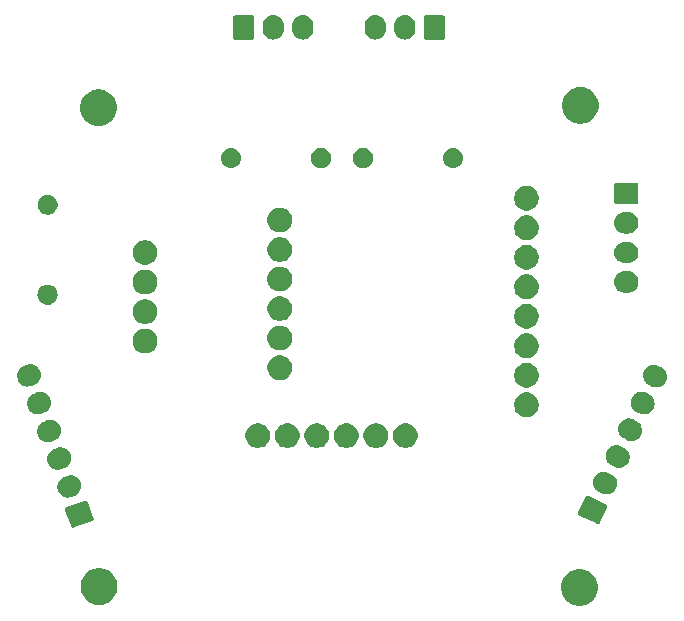
<source format=gbr>
G04 #@! TF.GenerationSoftware,KiCad,Pcbnew,(5.1.2)-2*
G04 #@! TF.CreationDate,2019-10-20T14:34:09-03:00*
G04 #@! TF.ProjectId,placa_sensores,706c6163-615f-4736-956e-736f7265732e,rev?*
G04 #@! TF.SameCoordinates,Original*
G04 #@! TF.FileFunction,Soldermask,Bot*
G04 #@! TF.FilePolarity,Negative*
%FSLAX46Y46*%
G04 Gerber Fmt 4.6, Leading zero omitted, Abs format (unit mm)*
G04 Created by KiCad (PCBNEW (5.1.2)-2) date 2019-10-20 14:34:09*
%MOMM*%
%LPD*%
G04 APERTURE LIST*
%ADD10C,0.100000*%
G04 APERTURE END LIST*
D10*
G36*
X85451043Y-73858604D02*
G01*
X85702410Y-73908604D01*
X85984674Y-74025521D01*
X86238705Y-74195259D01*
X86454741Y-74411295D01*
X86624479Y-74665326D01*
X86741396Y-74947590D01*
X86741396Y-74947591D01*
X86791055Y-75197240D01*
X86801000Y-75247240D01*
X86801000Y-75552760D01*
X86741396Y-75852410D01*
X86624479Y-76134674D01*
X86454741Y-76388705D01*
X86238705Y-76604741D01*
X85984674Y-76774479D01*
X85702410Y-76891396D01*
X85654127Y-76901000D01*
X85402761Y-76951000D01*
X85097239Y-76951000D01*
X84845873Y-76901000D01*
X84797590Y-76891396D01*
X84515326Y-76774479D01*
X84261295Y-76604741D01*
X84045259Y-76388705D01*
X83875521Y-76134674D01*
X83758604Y-75852410D01*
X83699000Y-75552760D01*
X83699000Y-75247240D01*
X83708946Y-75197240D01*
X83758604Y-74947591D01*
X83758604Y-74947590D01*
X83875521Y-74665326D01*
X84045259Y-74411295D01*
X84261295Y-74195259D01*
X84515326Y-74025521D01*
X84797590Y-73908604D01*
X85048957Y-73858604D01*
X85097239Y-73849000D01*
X85402761Y-73849000D01*
X85451043Y-73858604D01*
X85451043Y-73858604D01*
G37*
G36*
X44852585Y-73828802D02*
G01*
X45002410Y-73858604D01*
X45284674Y-73975521D01*
X45538705Y-74145259D01*
X45754741Y-74361295D01*
X45924479Y-74615326D01*
X46041396Y-74897590D01*
X46051342Y-74947591D01*
X46101000Y-75197239D01*
X46101000Y-75502761D01*
X46091054Y-75552761D01*
X46041396Y-75802410D01*
X45924479Y-76084674D01*
X45754741Y-76338705D01*
X45538705Y-76554741D01*
X45284674Y-76724479D01*
X45002410Y-76841396D01*
X44852585Y-76871198D01*
X44702761Y-76901000D01*
X44397239Y-76901000D01*
X44247415Y-76871198D01*
X44097590Y-76841396D01*
X43815326Y-76724479D01*
X43561295Y-76554741D01*
X43345259Y-76338705D01*
X43175521Y-76084674D01*
X43058604Y-75802410D01*
X43008946Y-75552761D01*
X42999000Y-75502761D01*
X42999000Y-75197239D01*
X43048658Y-74947591D01*
X43058604Y-74897590D01*
X43175521Y-74615326D01*
X43345259Y-74361295D01*
X43561295Y-74145259D01*
X43815326Y-73975521D01*
X44097590Y-73858604D01*
X44247415Y-73828802D01*
X44397239Y-73799000D01*
X44702761Y-73799000D01*
X44852585Y-73828802D01*
X44852585Y-73828802D01*
G37*
G36*
X43492187Y-68057874D02*
G01*
X43524767Y-68069331D01*
X43554482Y-68086922D01*
X43580195Y-68109972D01*
X43600920Y-68137600D01*
X43618519Y-68174294D01*
X43646596Y-68251434D01*
X43646600Y-68251443D01*
X44081650Y-69446732D01*
X44081652Y-69446741D01*
X44109729Y-69523881D01*
X44119833Y-69563305D01*
X44121716Y-69597788D01*
X44116835Y-69631973D01*
X44105378Y-69664553D01*
X44087787Y-69694268D01*
X44064737Y-69719981D01*
X44037109Y-69740706D01*
X44000415Y-69758305D01*
X43923275Y-69786382D01*
X43923266Y-69786386D01*
X42493054Y-70306941D01*
X42493045Y-70306943D01*
X42415905Y-70335020D01*
X42376481Y-70345124D01*
X42341998Y-70347007D01*
X42307813Y-70342126D01*
X42275233Y-70330669D01*
X42245518Y-70313078D01*
X42219805Y-70290028D01*
X42199080Y-70262400D01*
X42181481Y-70225706D01*
X42153404Y-70148566D01*
X42153400Y-70148557D01*
X41718350Y-68953268D01*
X41718348Y-68953259D01*
X41690271Y-68876119D01*
X41680167Y-68836695D01*
X41678284Y-68802212D01*
X41683165Y-68768027D01*
X41694622Y-68735447D01*
X41712213Y-68705732D01*
X41735263Y-68680019D01*
X41762891Y-68659294D01*
X41799585Y-68641695D01*
X41876725Y-68613618D01*
X41876734Y-68613614D01*
X43306946Y-68093059D01*
X43306955Y-68093057D01*
X43384095Y-68064980D01*
X43423519Y-68054876D01*
X43458002Y-68052993D01*
X43492187Y-68057874D01*
X43492187Y-68057874D01*
G37*
G36*
X85928277Y-67663606D02*
G01*
X85966671Y-67677108D01*
X86041070Y-67711801D01*
X86041079Y-67711804D01*
X87420479Y-68355029D01*
X87420484Y-68355032D01*
X87494890Y-68389728D01*
X87529908Y-68410458D01*
X87555621Y-68433508D01*
X87576346Y-68461136D01*
X87591279Y-68492272D01*
X87599853Y-68525724D01*
X87601736Y-68560207D01*
X87596855Y-68594392D01*
X87583353Y-68632786D01*
X87548662Y-68707182D01*
X87548657Y-68707195D01*
X87011087Y-69860018D01*
X87011080Y-69860031D01*
X86976387Y-69934429D01*
X86955657Y-69969447D01*
X86932607Y-69995160D01*
X86904979Y-70015885D01*
X86873843Y-70030818D01*
X86840391Y-70039392D01*
X86805908Y-70041275D01*
X86771723Y-70036394D01*
X86733329Y-70022892D01*
X86658930Y-69988199D01*
X86658921Y-69988196D01*
X85279521Y-69344971D01*
X85279516Y-69344968D01*
X85205110Y-69310272D01*
X85170092Y-69289542D01*
X85144379Y-69266492D01*
X85123654Y-69238864D01*
X85108721Y-69207728D01*
X85100147Y-69174276D01*
X85098264Y-69139793D01*
X85103145Y-69105608D01*
X85116647Y-69067214D01*
X85151338Y-68992818D01*
X85151343Y-68992805D01*
X85688913Y-67839982D01*
X85688920Y-67839969D01*
X85723613Y-67765571D01*
X85744343Y-67730553D01*
X85767393Y-67704840D01*
X85795021Y-67684115D01*
X85826157Y-67669182D01*
X85859609Y-67660608D01*
X85894092Y-67658725D01*
X85928277Y-67663606D01*
X85928277Y-67663606D01*
G37*
G36*
X42338574Y-65923030D02*
G01*
X42377601Y-65928602D01*
X42427688Y-65946216D01*
X42545030Y-65987480D01*
X42629130Y-66037266D01*
X42697756Y-66077892D01*
X42697759Y-66077894D01*
X42697758Y-66077894D01*
X42829910Y-66196360D01*
X42852160Y-66226022D01*
X42936413Y-66338337D01*
X42986178Y-66442088D01*
X43013171Y-66498363D01*
X43057233Y-66670285D01*
X43066909Y-66847504D01*
X43041825Y-67023203D01*
X42982946Y-67190635D01*
X42892537Y-67343357D01*
X42892535Y-67343360D01*
X42774065Y-67475514D01*
X42774061Y-67475517D01*
X42774060Y-67475518D01*
X42719466Y-67516471D01*
X42632090Y-67582016D01*
X42512163Y-67639540D01*
X42194061Y-67755320D01*
X42164730Y-67762837D01*
X42065217Y-67788342D01*
X41888000Y-67798019D01*
X41751326Y-67778506D01*
X41712299Y-67772934D01*
X41628585Y-67743495D01*
X41544868Y-67714055D01*
X41392143Y-67623644D01*
X41259990Y-67505176D01*
X41233356Y-67469671D01*
X41153487Y-67363199D01*
X41103722Y-67259448D01*
X41076729Y-67203173D01*
X41032667Y-67031250D01*
X41022990Y-66854033D01*
X41048075Y-66678334D01*
X41048075Y-66678332D01*
X41077514Y-66594618D01*
X41106954Y-66510901D01*
X41197365Y-66358176D01*
X41315833Y-66226023D01*
X41355377Y-66196360D01*
X41457810Y-66119520D01*
X41577737Y-66061996D01*
X41895839Y-65946216D01*
X41895845Y-65946214D01*
X41895849Y-65946213D01*
X42024682Y-65913194D01*
X42201900Y-65903517D01*
X42338574Y-65923030D01*
X42338574Y-65923030D01*
G37*
G36*
X87508448Y-65651991D02*
G01*
X87633919Y-65696114D01*
X87940728Y-65839181D01*
X87982490Y-65863904D01*
X88055181Y-65906936D01*
X88187334Y-66025406D01*
X88293836Y-66167383D01*
X88293836Y-66167384D01*
X88370592Y-66327403D01*
X88392624Y-66413369D01*
X88414655Y-66499331D01*
X88414655Y-66499335D01*
X88424332Y-66676550D01*
X88399247Y-66852247D01*
X88340369Y-67019678D01*
X88249955Y-67172406D01*
X88131488Y-67304557D01*
X88079763Y-67343357D01*
X87989509Y-67411060D01*
X87957504Y-67426411D01*
X87829489Y-67487816D01*
X87743523Y-67509847D01*
X87657561Y-67531879D01*
X87480343Y-67541555D01*
X87480341Y-67541555D01*
X87363210Y-67524832D01*
X87304643Y-67516471D01*
X87269107Y-67503974D01*
X87179173Y-67472348D01*
X87101953Y-67436340D01*
X86872368Y-67329283D01*
X86757911Y-67261526D01*
X86678832Y-67190635D01*
X86625759Y-67143058D01*
X86583149Y-67086254D01*
X86519256Y-67001079D01*
X86503905Y-66969074D01*
X86442500Y-66841059D01*
X86420469Y-66755093D01*
X86398437Y-66669131D01*
X86388761Y-66491914D01*
X86413845Y-66316214D01*
X86472724Y-66148784D01*
X86563136Y-65996057D01*
X86643029Y-65906936D01*
X86681604Y-65863905D01*
X86738408Y-65821295D01*
X86823583Y-65757402D01*
X86855588Y-65742051D01*
X86983603Y-65680646D01*
X87069569Y-65658614D01*
X87155531Y-65636583D01*
X87332748Y-65626907D01*
X87332750Y-65626907D01*
X87508448Y-65651991D01*
X87508448Y-65651991D01*
G37*
G36*
X41480789Y-63573409D02*
G01*
X41522550Y-63579371D01*
X41584054Y-63601000D01*
X41689979Y-63638249D01*
X41774079Y-63688035D01*
X41842705Y-63728661D01*
X41842708Y-63728663D01*
X41842707Y-63728663D01*
X41974859Y-63847129D01*
X41997109Y-63876791D01*
X42081362Y-63989106D01*
X42116150Y-64061633D01*
X42158120Y-64149132D01*
X42202182Y-64321054D01*
X42211858Y-64498273D01*
X42186774Y-64673972D01*
X42127895Y-64841404D01*
X42037486Y-64994126D01*
X42037484Y-64994129D01*
X41919014Y-65126283D01*
X41919010Y-65126286D01*
X41919009Y-65126287D01*
X41848108Y-65179473D01*
X41777039Y-65232785D01*
X41657112Y-65290309D01*
X41339010Y-65406089D01*
X41338997Y-65406092D01*
X41338998Y-65406092D01*
X41210166Y-65439111D01*
X41032949Y-65448788D01*
X40896275Y-65429275D01*
X40857248Y-65423703D01*
X40773534Y-65394264D01*
X40689817Y-65364824D01*
X40537092Y-65274413D01*
X40404939Y-65155945D01*
X40378305Y-65120440D01*
X40298436Y-65013968D01*
X40248671Y-64910217D01*
X40221678Y-64853942D01*
X40177616Y-64682019D01*
X40167939Y-64504802D01*
X40193024Y-64329103D01*
X40193024Y-64329101D01*
X40229231Y-64226142D01*
X40251903Y-64161670D01*
X40342314Y-64008945D01*
X40460782Y-63876792D01*
X40500326Y-63847129D01*
X40602759Y-63770289D01*
X40722686Y-63712765D01*
X41040788Y-63596985D01*
X41040794Y-63596983D01*
X41040798Y-63596982D01*
X41169631Y-63563963D01*
X41346849Y-63554286D01*
X41480789Y-63573409D01*
X41480789Y-63573409D01*
G37*
G36*
X88564993Y-63386221D02*
G01*
X88690464Y-63430344D01*
X88690470Y-63430347D01*
X88956262Y-63554287D01*
X88997273Y-63573411D01*
X89037089Y-63596982D01*
X89111726Y-63641166D01*
X89243879Y-63759636D01*
X89350381Y-63901613D01*
X89350381Y-63901614D01*
X89427137Y-64061633D01*
X89449169Y-64147599D01*
X89471200Y-64233561D01*
X89471200Y-64233565D01*
X89480877Y-64410780D01*
X89455792Y-64586477D01*
X89396914Y-64753908D01*
X89306500Y-64906636D01*
X89188033Y-65038787D01*
X89131229Y-65081397D01*
X89046054Y-65145290D01*
X89023844Y-65155943D01*
X88886034Y-65222046D01*
X88800068Y-65244078D01*
X88714106Y-65266109D01*
X88536888Y-65275785D01*
X88536886Y-65275785D01*
X88419755Y-65259062D01*
X88361188Y-65250701D01*
X88310242Y-65232785D01*
X88235718Y-65206578D01*
X88127131Y-65155943D01*
X87928913Y-65063513D01*
X87814456Y-64995756D01*
X87803120Y-64985593D01*
X87682304Y-64877288D01*
X87589753Y-64753908D01*
X87575801Y-64735309D01*
X87550240Y-64682019D01*
X87499045Y-64575289D01*
X87477014Y-64489323D01*
X87454982Y-64403361D01*
X87445306Y-64226144D01*
X87470390Y-64050444D01*
X87529269Y-63883014D01*
X87619681Y-63730287D01*
X87699574Y-63641166D01*
X87738149Y-63598135D01*
X87796604Y-63554286D01*
X87880128Y-63491632D01*
X87912133Y-63476281D01*
X88040148Y-63414876D01*
X88126114Y-63392844D01*
X88212076Y-63370813D01*
X88389293Y-63361137D01*
X88389295Y-63361137D01*
X88564993Y-63386221D01*
X88564993Y-63386221D01*
G37*
G36*
X58306564Y-61539389D02*
G01*
X58497833Y-61618615D01*
X58497835Y-61618616D01*
X58669973Y-61733635D01*
X58816365Y-61880027D01*
X58883079Y-61979871D01*
X58931385Y-62052167D01*
X59010611Y-62243436D01*
X59051000Y-62446484D01*
X59051000Y-62653516D01*
X59010611Y-62856564D01*
X58931385Y-63047833D01*
X58931384Y-63047835D01*
X58816365Y-63219973D01*
X58669973Y-63366365D01*
X58497835Y-63481384D01*
X58497834Y-63481385D01*
X58497833Y-63481385D01*
X58306564Y-63560611D01*
X58103516Y-63601000D01*
X57896484Y-63601000D01*
X57693436Y-63560611D01*
X57502167Y-63481385D01*
X57502166Y-63481385D01*
X57502165Y-63481384D01*
X57330027Y-63366365D01*
X57183635Y-63219973D01*
X57068616Y-63047835D01*
X57068615Y-63047833D01*
X56989389Y-62856564D01*
X56949000Y-62653516D01*
X56949000Y-62446484D01*
X56989389Y-62243436D01*
X57068615Y-62052167D01*
X57116922Y-61979871D01*
X57183635Y-61880027D01*
X57330027Y-61733635D01*
X57502165Y-61618616D01*
X57502167Y-61618615D01*
X57693436Y-61539389D01*
X57896484Y-61499000D01*
X58103516Y-61499000D01*
X58306564Y-61539389D01*
X58306564Y-61539389D01*
G37*
G36*
X60806564Y-61539389D02*
G01*
X60997833Y-61618615D01*
X60997835Y-61618616D01*
X61169973Y-61733635D01*
X61316365Y-61880027D01*
X61383079Y-61979871D01*
X61431385Y-62052167D01*
X61510611Y-62243436D01*
X61551000Y-62446484D01*
X61551000Y-62653516D01*
X61510611Y-62856564D01*
X61431385Y-63047833D01*
X61431384Y-63047835D01*
X61316365Y-63219973D01*
X61169973Y-63366365D01*
X60997835Y-63481384D01*
X60997834Y-63481385D01*
X60997833Y-63481385D01*
X60806564Y-63560611D01*
X60603516Y-63601000D01*
X60396484Y-63601000D01*
X60193436Y-63560611D01*
X60002167Y-63481385D01*
X60002166Y-63481385D01*
X60002165Y-63481384D01*
X59830027Y-63366365D01*
X59683635Y-63219973D01*
X59568616Y-63047835D01*
X59568615Y-63047833D01*
X59489389Y-62856564D01*
X59449000Y-62653516D01*
X59449000Y-62446484D01*
X59489389Y-62243436D01*
X59568615Y-62052167D01*
X59616922Y-61979871D01*
X59683635Y-61880027D01*
X59830027Y-61733635D01*
X60002165Y-61618616D01*
X60002167Y-61618615D01*
X60193436Y-61539389D01*
X60396484Y-61499000D01*
X60603516Y-61499000D01*
X60806564Y-61539389D01*
X60806564Y-61539389D01*
G37*
G36*
X63306564Y-61539389D02*
G01*
X63497833Y-61618615D01*
X63497835Y-61618616D01*
X63669973Y-61733635D01*
X63816365Y-61880027D01*
X63883079Y-61979871D01*
X63931385Y-62052167D01*
X64010611Y-62243436D01*
X64051000Y-62446484D01*
X64051000Y-62653516D01*
X64010611Y-62856564D01*
X63931385Y-63047833D01*
X63931384Y-63047835D01*
X63816365Y-63219973D01*
X63669973Y-63366365D01*
X63497835Y-63481384D01*
X63497834Y-63481385D01*
X63497833Y-63481385D01*
X63306564Y-63560611D01*
X63103516Y-63601000D01*
X62896484Y-63601000D01*
X62693436Y-63560611D01*
X62502167Y-63481385D01*
X62502166Y-63481385D01*
X62502165Y-63481384D01*
X62330027Y-63366365D01*
X62183635Y-63219973D01*
X62068616Y-63047835D01*
X62068615Y-63047833D01*
X61989389Y-62856564D01*
X61949000Y-62653516D01*
X61949000Y-62446484D01*
X61989389Y-62243436D01*
X62068615Y-62052167D01*
X62116922Y-61979871D01*
X62183635Y-61880027D01*
X62330027Y-61733635D01*
X62502165Y-61618616D01*
X62502167Y-61618615D01*
X62693436Y-61539389D01*
X62896484Y-61499000D01*
X63103516Y-61499000D01*
X63306564Y-61539389D01*
X63306564Y-61539389D01*
G37*
G36*
X65806564Y-61539389D02*
G01*
X65997833Y-61618615D01*
X65997835Y-61618616D01*
X66169973Y-61733635D01*
X66316365Y-61880027D01*
X66383079Y-61979871D01*
X66431385Y-62052167D01*
X66510611Y-62243436D01*
X66551000Y-62446484D01*
X66551000Y-62653516D01*
X66510611Y-62856564D01*
X66431385Y-63047833D01*
X66431384Y-63047835D01*
X66316365Y-63219973D01*
X66169973Y-63366365D01*
X65997835Y-63481384D01*
X65997834Y-63481385D01*
X65997833Y-63481385D01*
X65806564Y-63560611D01*
X65603516Y-63601000D01*
X65396484Y-63601000D01*
X65193436Y-63560611D01*
X65002167Y-63481385D01*
X65002166Y-63481385D01*
X65002165Y-63481384D01*
X64830027Y-63366365D01*
X64683635Y-63219973D01*
X64568616Y-63047835D01*
X64568615Y-63047833D01*
X64489389Y-62856564D01*
X64449000Y-62653516D01*
X64449000Y-62446484D01*
X64489389Y-62243436D01*
X64568615Y-62052167D01*
X64616922Y-61979871D01*
X64683635Y-61880027D01*
X64830027Y-61733635D01*
X65002165Y-61618616D01*
X65002167Y-61618615D01*
X65193436Y-61539389D01*
X65396484Y-61499000D01*
X65603516Y-61499000D01*
X65806564Y-61539389D01*
X65806564Y-61539389D01*
G37*
G36*
X68306564Y-61539389D02*
G01*
X68497833Y-61618615D01*
X68497835Y-61618616D01*
X68669973Y-61733635D01*
X68816365Y-61880027D01*
X68883079Y-61979871D01*
X68931385Y-62052167D01*
X69010611Y-62243436D01*
X69051000Y-62446484D01*
X69051000Y-62653516D01*
X69010611Y-62856564D01*
X68931385Y-63047833D01*
X68931384Y-63047835D01*
X68816365Y-63219973D01*
X68669973Y-63366365D01*
X68497835Y-63481384D01*
X68497834Y-63481385D01*
X68497833Y-63481385D01*
X68306564Y-63560611D01*
X68103516Y-63601000D01*
X67896484Y-63601000D01*
X67693436Y-63560611D01*
X67502167Y-63481385D01*
X67502166Y-63481385D01*
X67502165Y-63481384D01*
X67330027Y-63366365D01*
X67183635Y-63219973D01*
X67068616Y-63047835D01*
X67068615Y-63047833D01*
X66989389Y-62856564D01*
X66949000Y-62653516D01*
X66949000Y-62446484D01*
X66989389Y-62243436D01*
X67068615Y-62052167D01*
X67116922Y-61979871D01*
X67183635Y-61880027D01*
X67330027Y-61733635D01*
X67502165Y-61618616D01*
X67502167Y-61618615D01*
X67693436Y-61539389D01*
X67896484Y-61499000D01*
X68103516Y-61499000D01*
X68306564Y-61539389D01*
X68306564Y-61539389D01*
G37*
G36*
X70806564Y-61539389D02*
G01*
X70997833Y-61618615D01*
X70997835Y-61618616D01*
X71169973Y-61733635D01*
X71316365Y-61880027D01*
X71383079Y-61979871D01*
X71431385Y-62052167D01*
X71510611Y-62243436D01*
X71551000Y-62446484D01*
X71551000Y-62653516D01*
X71510611Y-62856564D01*
X71431385Y-63047833D01*
X71431384Y-63047835D01*
X71316365Y-63219973D01*
X71169973Y-63366365D01*
X70997835Y-63481384D01*
X70997834Y-63481385D01*
X70997833Y-63481385D01*
X70806564Y-63560611D01*
X70603516Y-63601000D01*
X70396484Y-63601000D01*
X70193436Y-63560611D01*
X70002167Y-63481385D01*
X70002166Y-63481385D01*
X70002165Y-63481384D01*
X69830027Y-63366365D01*
X69683635Y-63219973D01*
X69568616Y-63047835D01*
X69568615Y-63047833D01*
X69489389Y-62856564D01*
X69449000Y-62653516D01*
X69449000Y-62446484D01*
X69489389Y-62243436D01*
X69568615Y-62052167D01*
X69616922Y-61979871D01*
X69683635Y-61880027D01*
X69830027Y-61733635D01*
X70002165Y-61618616D01*
X70002167Y-61618615D01*
X70193436Y-61539389D01*
X70396484Y-61499000D01*
X70603516Y-61499000D01*
X70806564Y-61539389D01*
X70806564Y-61539389D01*
G37*
G36*
X40628473Y-61224567D02*
G01*
X40667500Y-61230139D01*
X40717587Y-61247753D01*
X40834929Y-61289017D01*
X40908153Y-61332365D01*
X40987655Y-61379429D01*
X40987658Y-61379431D01*
X40987657Y-61379431D01*
X41119809Y-61497897D01*
X41120636Y-61499000D01*
X41226312Y-61639874D01*
X41271285Y-61733635D01*
X41303070Y-61799900D01*
X41347132Y-61971822D01*
X41347132Y-61971824D01*
X41356808Y-62149041D01*
X41332300Y-62320709D01*
X41331724Y-62324740D01*
X41272845Y-62492172D01*
X41184820Y-62640867D01*
X41182434Y-62644897D01*
X41063964Y-62777051D01*
X41063960Y-62777054D01*
X41063959Y-62777055D01*
X40993058Y-62830241D01*
X40921989Y-62883553D01*
X40802062Y-62941077D01*
X40483960Y-63056857D01*
X40483947Y-63056860D01*
X40483948Y-63056860D01*
X40355116Y-63089879D01*
X40177899Y-63099556D01*
X40041225Y-63080043D01*
X40002198Y-63074471D01*
X39918484Y-63045032D01*
X39834767Y-63015592D01*
X39682042Y-62925181D01*
X39549889Y-62806713D01*
X39492334Y-62729987D01*
X39443386Y-62664736D01*
X39393621Y-62560985D01*
X39366628Y-62504710D01*
X39322566Y-62332787D01*
X39312889Y-62155570D01*
X39337974Y-61979871D01*
X39337974Y-61979869D01*
X39373085Y-61880027D01*
X39396853Y-61812438D01*
X39487264Y-61659713D01*
X39605732Y-61527560D01*
X39650648Y-61493867D01*
X39747709Y-61421057D01*
X39867636Y-61363533D01*
X40185738Y-61247753D01*
X40185744Y-61247751D01*
X40185748Y-61247750D01*
X40314581Y-61214731D01*
X40491799Y-61205054D01*
X40628473Y-61224567D01*
X40628473Y-61224567D01*
G37*
G36*
X89621539Y-61120452D02*
G01*
X89747010Y-61164575D01*
X89747016Y-61164578D01*
X90013878Y-61289017D01*
X90053819Y-61307642D01*
X90095581Y-61332365D01*
X90168272Y-61375397D01*
X90267685Y-61464517D01*
X90300426Y-61493868D01*
X90325699Y-61527559D01*
X90406927Y-61635844D01*
X90406927Y-61635845D01*
X90483683Y-61795864D01*
X90505252Y-61880027D01*
X90527746Y-61967792D01*
X90529651Y-62002689D01*
X90537423Y-62145011D01*
X90523370Y-62243436D01*
X90512338Y-62320709D01*
X90497020Y-62364269D01*
X90453460Y-62488139D01*
X90363046Y-62640867D01*
X90244579Y-62773018D01*
X90199660Y-62806713D01*
X90102600Y-62879521D01*
X90070595Y-62894872D01*
X89942580Y-62956277D01*
X89856614Y-62978308D01*
X89770652Y-63000340D01*
X89593434Y-63010016D01*
X89593432Y-63010016D01*
X89476301Y-62993293D01*
X89417734Y-62984932D01*
X89382198Y-62972435D01*
X89292264Y-62940809D01*
X89169476Y-62883552D01*
X88985459Y-62797744D01*
X88871002Y-62729987D01*
X88859666Y-62719824D01*
X88738850Y-62611519D01*
X88658730Y-62504711D01*
X88632347Y-62469540D01*
X88616996Y-62437535D01*
X88555591Y-62309520D01*
X88516136Y-62155570D01*
X88511528Y-62137592D01*
X88501852Y-61960375D01*
X88526936Y-61784675D01*
X88585815Y-61617245D01*
X88676227Y-61464518D01*
X88756120Y-61375397D01*
X88794695Y-61332366D01*
X88907497Y-61247750D01*
X88936674Y-61225863D01*
X88980057Y-61205054D01*
X89096694Y-61149107D01*
X89182660Y-61127076D01*
X89268622Y-61105044D01*
X89445839Y-61095368D01*
X89445841Y-61095368D01*
X89621539Y-61120452D01*
X89621539Y-61120452D01*
G37*
G36*
X81056564Y-58939389D02*
G01*
X81247833Y-59018615D01*
X81247835Y-59018616D01*
X81419973Y-59133635D01*
X81566365Y-59280027D01*
X81680384Y-59450668D01*
X81681385Y-59452167D01*
X81760611Y-59643436D01*
X81801000Y-59846484D01*
X81801000Y-60053516D01*
X81760611Y-60256564D01*
X81689673Y-60427824D01*
X81681384Y-60447835D01*
X81566365Y-60619973D01*
X81419973Y-60766365D01*
X81247835Y-60881384D01*
X81247834Y-60881385D01*
X81247833Y-60881385D01*
X81056564Y-60960611D01*
X80853516Y-61001000D01*
X80646484Y-61001000D01*
X80443436Y-60960611D01*
X80252167Y-60881385D01*
X80252166Y-60881385D01*
X80252165Y-60881384D01*
X80080027Y-60766365D01*
X79933635Y-60619973D01*
X79818616Y-60447835D01*
X79810327Y-60427824D01*
X79739389Y-60256564D01*
X79699000Y-60053516D01*
X79699000Y-59846484D01*
X79739389Y-59643436D01*
X79818615Y-59452167D01*
X79819617Y-59450668D01*
X79933635Y-59280027D01*
X80080027Y-59133635D01*
X80252165Y-59018616D01*
X80252167Y-59018615D01*
X80443436Y-58939389D01*
X80646484Y-58899000D01*
X80853516Y-58899000D01*
X81056564Y-58939389D01*
X81056564Y-58939389D01*
G37*
G36*
X39773423Y-58875336D02*
G01*
X39812450Y-58880908D01*
X39881583Y-58905220D01*
X39979879Y-58939786D01*
X40063979Y-58989572D01*
X40132605Y-59030198D01*
X40153489Y-59048920D01*
X40264759Y-59148666D01*
X40287009Y-59178328D01*
X40371262Y-59290643D01*
X40409362Y-59370075D01*
X40448020Y-59450669D01*
X40492082Y-59622591D01*
X40492082Y-59622593D01*
X40501758Y-59799810D01*
X40495095Y-59846484D01*
X40476674Y-59975509D01*
X40417795Y-60142941D01*
X40350532Y-60256564D01*
X40327384Y-60295666D01*
X40208914Y-60427820D01*
X40208910Y-60427823D01*
X40208909Y-60427824D01*
X40160394Y-60464217D01*
X40066939Y-60534322D01*
X39947012Y-60591846D01*
X39628910Y-60707626D01*
X39628897Y-60707629D01*
X39628898Y-60707629D01*
X39500066Y-60740648D01*
X39322849Y-60750325D01*
X39186175Y-60730812D01*
X39147148Y-60725240D01*
X39063434Y-60695801D01*
X38979717Y-60666361D01*
X38826992Y-60575950D01*
X38694839Y-60457482D01*
X38633039Y-60375097D01*
X38588336Y-60315505D01*
X38534741Y-60203769D01*
X38511578Y-60155479D01*
X38467516Y-59983556D01*
X38457839Y-59806339D01*
X38482924Y-59630640D01*
X38482924Y-59630638D01*
X38522216Y-59518906D01*
X38541803Y-59463207D01*
X38632214Y-59310482D01*
X38750682Y-59178329D01*
X38790226Y-59148666D01*
X38892659Y-59071826D01*
X39012586Y-59014302D01*
X39330688Y-58898522D01*
X39330694Y-58898520D01*
X39330698Y-58898519D01*
X39459531Y-58865500D01*
X39636749Y-58855823D01*
X39773423Y-58875336D01*
X39773423Y-58875336D01*
G37*
G36*
X90678085Y-58854682D02*
G01*
X90803556Y-58898805D01*
X91110365Y-59041872D01*
X91152127Y-59066595D01*
X91224818Y-59109627D01*
X91356971Y-59228097D01*
X91463473Y-59370074D01*
X91463473Y-59370075D01*
X91540229Y-59530094D01*
X91562260Y-59616060D01*
X91584292Y-59702022D01*
X91584292Y-59702026D01*
X91593969Y-59879241D01*
X91568884Y-60054938D01*
X91510006Y-60222369D01*
X91419592Y-60375097D01*
X91301125Y-60507248D01*
X91265034Y-60534321D01*
X91159146Y-60613751D01*
X91146174Y-60619973D01*
X90999126Y-60690507D01*
X90913160Y-60712538D01*
X90827198Y-60734570D01*
X90649980Y-60744246D01*
X90649978Y-60744246D01*
X90516853Y-60725240D01*
X90474280Y-60719162D01*
X90438744Y-60706665D01*
X90348810Y-60675039D01*
X90271590Y-60639031D01*
X90042005Y-60531974D01*
X89927548Y-60464217D01*
X89909272Y-60447833D01*
X89795396Y-60345749D01*
X89752786Y-60288945D01*
X89688893Y-60203770D01*
X89673542Y-60171765D01*
X89612137Y-60043750D01*
X89590105Y-59957784D01*
X89568074Y-59871822D01*
X89558398Y-59694605D01*
X89583482Y-59518905D01*
X89642361Y-59351475D01*
X89732773Y-59198748D01*
X89812666Y-59109627D01*
X89851241Y-59066596D01*
X89908045Y-59023986D01*
X89993220Y-58960093D01*
X90025225Y-58944742D01*
X90153240Y-58883337D01*
X90239206Y-58861306D01*
X90325168Y-58839274D01*
X90502385Y-58829598D01*
X90502387Y-58829598D01*
X90678085Y-58854682D01*
X90678085Y-58854682D01*
G37*
G36*
X81056564Y-56439389D02*
G01*
X81247833Y-56518615D01*
X81247835Y-56518616D01*
X81419973Y-56633635D01*
X81566365Y-56780027D01*
X81674200Y-56941413D01*
X81681385Y-56952167D01*
X81760611Y-57143436D01*
X81801000Y-57346484D01*
X81801000Y-57553516D01*
X81760611Y-57756564D01*
X81681966Y-57946431D01*
X81681384Y-57947835D01*
X81566365Y-58119973D01*
X81419973Y-58266365D01*
X81247835Y-58381384D01*
X81247834Y-58381385D01*
X81247833Y-58381385D01*
X81056564Y-58460611D01*
X80853516Y-58501000D01*
X80646484Y-58501000D01*
X80443436Y-58460611D01*
X80252167Y-58381385D01*
X80252166Y-58381385D01*
X80252165Y-58381384D01*
X80080027Y-58266365D01*
X79933635Y-58119973D01*
X79818616Y-57947835D01*
X79818034Y-57946431D01*
X79739389Y-57756564D01*
X79699000Y-57553516D01*
X79699000Y-57346484D01*
X79739389Y-57143436D01*
X79818615Y-56952167D01*
X79825801Y-56941413D01*
X79933635Y-56780027D01*
X80080027Y-56633635D01*
X80252165Y-56518616D01*
X80252167Y-56518615D01*
X80443436Y-56439389D01*
X80646484Y-56399000D01*
X80853516Y-56399000D01*
X81056564Y-56439389D01*
X81056564Y-56439389D01*
G37*
G36*
X91734630Y-56588913D02*
G01*
X91860101Y-56633036D01*
X92166910Y-56776103D01*
X92173538Y-56780027D01*
X92281363Y-56843858D01*
X92413516Y-56962328D01*
X92520018Y-57104305D01*
X92521102Y-57106565D01*
X92596774Y-57264325D01*
X92617830Y-57346484D01*
X92640837Y-57436253D01*
X92640837Y-57436257D01*
X92650514Y-57613472D01*
X92633679Y-57731384D01*
X92625429Y-57789170D01*
X92619423Y-57806248D01*
X92566551Y-57956600D01*
X92502337Y-58065070D01*
X92476776Y-58108250D01*
X92476137Y-58109328D01*
X92357670Y-58241479D01*
X92324494Y-58266365D01*
X92215691Y-58347982D01*
X92193977Y-58358397D01*
X92055671Y-58424738D01*
X91969705Y-58446770D01*
X91883743Y-58468801D01*
X91706525Y-58478477D01*
X91706523Y-58478477D01*
X91581376Y-58460610D01*
X91530825Y-58453393D01*
X91495289Y-58440896D01*
X91405355Y-58409270D01*
X91328135Y-58373262D01*
X91098550Y-58266205D01*
X90984093Y-58198448D01*
X90896554Y-58119973D01*
X90851941Y-58079980D01*
X90766646Y-57966273D01*
X90745438Y-57938001D01*
X90730087Y-57905996D01*
X90668682Y-57777981D01*
X90631865Y-57634324D01*
X90624619Y-57606053D01*
X90614943Y-57428836D01*
X90640027Y-57253136D01*
X90698906Y-57085706D01*
X90789318Y-56932979D01*
X90882444Y-56829097D01*
X90907786Y-56800827D01*
X90964590Y-56758217D01*
X91049765Y-56694324D01*
X91110744Y-56665075D01*
X91209785Y-56617568D01*
X91295751Y-56595536D01*
X91381713Y-56573505D01*
X91558930Y-56563829D01*
X91558932Y-56563829D01*
X91734630Y-56588913D01*
X91734630Y-56588913D01*
G37*
G36*
X38918372Y-56526104D02*
G01*
X38957399Y-56531676D01*
X39007486Y-56549290D01*
X39124828Y-56590554D01*
X39196589Y-56633036D01*
X39277554Y-56680966D01*
X39277557Y-56680968D01*
X39277556Y-56680968D01*
X39409708Y-56799434D01*
X39431958Y-56829096D01*
X39516211Y-56941411D01*
X39526244Y-56962329D01*
X39592969Y-57101437D01*
X39637031Y-57273359D01*
X39641024Y-57346486D01*
X39646707Y-57450578D01*
X39623452Y-57613470D01*
X39621623Y-57626277D01*
X39562744Y-57793709D01*
X39477326Y-57938000D01*
X39472333Y-57946434D01*
X39353863Y-58078588D01*
X39353859Y-58078591D01*
X39353858Y-58078592D01*
X39312886Y-58109327D01*
X39211888Y-58185090D01*
X39091961Y-58242614D01*
X38773859Y-58358394D01*
X38773846Y-58358397D01*
X38773847Y-58358397D01*
X38645015Y-58391416D01*
X38467798Y-58401093D01*
X38329753Y-58381384D01*
X38292097Y-58376008D01*
X38208382Y-58346568D01*
X38124666Y-58317129D01*
X37971941Y-58226718D01*
X37839788Y-58108250D01*
X37813154Y-58072745D01*
X37733285Y-57966273D01*
X37683520Y-57862522D01*
X37656527Y-57806247D01*
X37612465Y-57634324D01*
X37602788Y-57457107D01*
X37627873Y-57281408D01*
X37627873Y-57281406D01*
X37676392Y-57143436D01*
X37686752Y-57113975D01*
X37777163Y-56961250D01*
X37895631Y-56829097D01*
X37966277Y-56776103D01*
X38037608Y-56722594D01*
X38157535Y-56665070D01*
X38475637Y-56549290D01*
X38475643Y-56549288D01*
X38475647Y-56549287D01*
X38604480Y-56516268D01*
X38781698Y-56506591D01*
X38918372Y-56526104D01*
X38918372Y-56526104D01*
G37*
G36*
X60156564Y-55789389D02*
G01*
X60347833Y-55868615D01*
X60347835Y-55868616D01*
X60366945Y-55881385D01*
X60519973Y-55983635D01*
X60666365Y-56130027D01*
X60781385Y-56302167D01*
X60860611Y-56493436D01*
X60901000Y-56696484D01*
X60901000Y-56903516D01*
X60860611Y-57106564D01*
X60788189Y-57281406D01*
X60781384Y-57297835D01*
X60666365Y-57469973D01*
X60519973Y-57616365D01*
X60347835Y-57731384D01*
X60347834Y-57731385D01*
X60347833Y-57731385D01*
X60156564Y-57810611D01*
X59953516Y-57851000D01*
X59746484Y-57851000D01*
X59543436Y-57810611D01*
X59352167Y-57731385D01*
X59352166Y-57731385D01*
X59352165Y-57731384D01*
X59180027Y-57616365D01*
X59033635Y-57469973D01*
X58918616Y-57297835D01*
X58911811Y-57281406D01*
X58839389Y-57106564D01*
X58799000Y-56903516D01*
X58799000Y-56696484D01*
X58839389Y-56493436D01*
X58918615Y-56302167D01*
X59033635Y-56130027D01*
X59180027Y-55983635D01*
X59333055Y-55881385D01*
X59352165Y-55868616D01*
X59352167Y-55868615D01*
X59543436Y-55789389D01*
X59746484Y-55749000D01*
X59953516Y-55749000D01*
X60156564Y-55789389D01*
X60156564Y-55789389D01*
G37*
G36*
X81056564Y-53939389D02*
G01*
X81187045Y-53993436D01*
X81247835Y-54018616D01*
X81419973Y-54133635D01*
X81566365Y-54280027D01*
X81681385Y-54452167D01*
X81760611Y-54643436D01*
X81801000Y-54846484D01*
X81801000Y-55053516D01*
X81760611Y-55256564D01*
X81738224Y-55310610D01*
X81681384Y-55447835D01*
X81566365Y-55619973D01*
X81419973Y-55766365D01*
X81247835Y-55881384D01*
X81247834Y-55881385D01*
X81247833Y-55881385D01*
X81056564Y-55960611D01*
X80853516Y-56001000D01*
X80646484Y-56001000D01*
X80443436Y-55960611D01*
X80252167Y-55881385D01*
X80252166Y-55881385D01*
X80252165Y-55881384D01*
X80080027Y-55766365D01*
X79933635Y-55619973D01*
X79818616Y-55447835D01*
X79761776Y-55310610D01*
X79739389Y-55256564D01*
X79699000Y-55053516D01*
X79699000Y-54846484D01*
X79739389Y-54643436D01*
X79818615Y-54452167D01*
X79933635Y-54280027D01*
X80080027Y-54133635D01*
X80252165Y-54018616D01*
X80312955Y-53993436D01*
X80443436Y-53939389D01*
X80646484Y-53899000D01*
X80853516Y-53899000D01*
X81056564Y-53939389D01*
X81056564Y-53939389D01*
G37*
G36*
X48756564Y-53539389D02*
G01*
X48947833Y-53618615D01*
X48947835Y-53618616D01*
X49119973Y-53733635D01*
X49266365Y-53880027D01*
X49358967Y-54018615D01*
X49381385Y-54052167D01*
X49460611Y-54243436D01*
X49501000Y-54446484D01*
X49501000Y-54653516D01*
X49460611Y-54856564D01*
X49381385Y-55047833D01*
X49381384Y-55047835D01*
X49266365Y-55219973D01*
X49119973Y-55366365D01*
X48947835Y-55481384D01*
X48947834Y-55481385D01*
X48947833Y-55481385D01*
X48756564Y-55560611D01*
X48553516Y-55601000D01*
X48346484Y-55601000D01*
X48143436Y-55560611D01*
X47952167Y-55481385D01*
X47952166Y-55481385D01*
X47952165Y-55481384D01*
X47780027Y-55366365D01*
X47633635Y-55219973D01*
X47518616Y-55047835D01*
X47518615Y-55047833D01*
X47439389Y-54856564D01*
X47399000Y-54653516D01*
X47399000Y-54446484D01*
X47439389Y-54243436D01*
X47518615Y-54052167D01*
X47541034Y-54018615D01*
X47633635Y-53880027D01*
X47780027Y-53733635D01*
X47952165Y-53618616D01*
X47952167Y-53618615D01*
X48143436Y-53539389D01*
X48346484Y-53499000D01*
X48553516Y-53499000D01*
X48756564Y-53539389D01*
X48756564Y-53539389D01*
G37*
G36*
X60156564Y-53289389D02*
G01*
X60347833Y-53368615D01*
X60347835Y-53368616D01*
X60519973Y-53483635D01*
X60666365Y-53630027D01*
X60735594Y-53733635D01*
X60781385Y-53802167D01*
X60860611Y-53993436D01*
X60901000Y-54196484D01*
X60901000Y-54403516D01*
X60860611Y-54606564D01*
X60781385Y-54797833D01*
X60781384Y-54797835D01*
X60666365Y-54969973D01*
X60519973Y-55116365D01*
X60347835Y-55231384D01*
X60347834Y-55231385D01*
X60347833Y-55231385D01*
X60156564Y-55310611D01*
X59953516Y-55351000D01*
X59746484Y-55351000D01*
X59543436Y-55310611D01*
X59352167Y-55231385D01*
X59352166Y-55231385D01*
X59352165Y-55231384D01*
X59180027Y-55116365D01*
X59033635Y-54969973D01*
X58918616Y-54797835D01*
X58918615Y-54797833D01*
X58839389Y-54606564D01*
X58799000Y-54403516D01*
X58799000Y-54196484D01*
X58839389Y-53993436D01*
X58918615Y-53802167D01*
X58964407Y-53733635D01*
X59033635Y-53630027D01*
X59180027Y-53483635D01*
X59352165Y-53368616D01*
X59352167Y-53368615D01*
X59543436Y-53289389D01*
X59746484Y-53249000D01*
X59953516Y-53249000D01*
X60156564Y-53289389D01*
X60156564Y-53289389D01*
G37*
G36*
X81056564Y-51439389D02*
G01*
X81187045Y-51493436D01*
X81247835Y-51518616D01*
X81419973Y-51633635D01*
X81566365Y-51780027D01*
X81681385Y-51952167D01*
X81760611Y-52143436D01*
X81801000Y-52346484D01*
X81801000Y-52553516D01*
X81760611Y-52756564D01*
X81738224Y-52810610D01*
X81681384Y-52947835D01*
X81566365Y-53119973D01*
X81419973Y-53266365D01*
X81247835Y-53381384D01*
X81247834Y-53381385D01*
X81247833Y-53381385D01*
X81056564Y-53460611D01*
X80853516Y-53501000D01*
X80646484Y-53501000D01*
X80443436Y-53460611D01*
X80252167Y-53381385D01*
X80252166Y-53381385D01*
X80252165Y-53381384D01*
X80080027Y-53266365D01*
X79933635Y-53119973D01*
X79818616Y-52947835D01*
X79761776Y-52810610D01*
X79739389Y-52756564D01*
X79699000Y-52553516D01*
X79699000Y-52346484D01*
X79739389Y-52143436D01*
X79818615Y-51952167D01*
X79933635Y-51780027D01*
X80080027Y-51633635D01*
X80252165Y-51518616D01*
X80312955Y-51493436D01*
X80443436Y-51439389D01*
X80646484Y-51399000D01*
X80853516Y-51399000D01*
X81056564Y-51439389D01*
X81056564Y-51439389D01*
G37*
G36*
X48756564Y-51039389D02*
G01*
X48947833Y-51118615D01*
X48947835Y-51118616D01*
X49119973Y-51233635D01*
X49266365Y-51380027D01*
X49358967Y-51518615D01*
X49381385Y-51552167D01*
X49460611Y-51743436D01*
X49501000Y-51946484D01*
X49501000Y-52153516D01*
X49460611Y-52356564D01*
X49381385Y-52547833D01*
X49381384Y-52547835D01*
X49266365Y-52719973D01*
X49119973Y-52866365D01*
X48947835Y-52981384D01*
X48947834Y-52981385D01*
X48947833Y-52981385D01*
X48756564Y-53060611D01*
X48553516Y-53101000D01*
X48346484Y-53101000D01*
X48143436Y-53060611D01*
X47952167Y-52981385D01*
X47952166Y-52981385D01*
X47952165Y-52981384D01*
X47780027Y-52866365D01*
X47633635Y-52719973D01*
X47518616Y-52547835D01*
X47518615Y-52547833D01*
X47439389Y-52356564D01*
X47399000Y-52153516D01*
X47399000Y-51946484D01*
X47439389Y-51743436D01*
X47518615Y-51552167D01*
X47541034Y-51518615D01*
X47633635Y-51380027D01*
X47780027Y-51233635D01*
X47952165Y-51118616D01*
X47952167Y-51118615D01*
X48143436Y-51039389D01*
X48346484Y-50999000D01*
X48553516Y-50999000D01*
X48756564Y-51039389D01*
X48756564Y-51039389D01*
G37*
G36*
X60156564Y-50789389D02*
G01*
X60347833Y-50868615D01*
X60347835Y-50868616D01*
X60519973Y-50983635D01*
X60666365Y-51130027D01*
X60735594Y-51233635D01*
X60781385Y-51302167D01*
X60860611Y-51493436D01*
X60901000Y-51696484D01*
X60901000Y-51903516D01*
X60860611Y-52106564D01*
X60781385Y-52297833D01*
X60781384Y-52297835D01*
X60666365Y-52469973D01*
X60519973Y-52616365D01*
X60347835Y-52731384D01*
X60347834Y-52731385D01*
X60347833Y-52731385D01*
X60156564Y-52810611D01*
X59953516Y-52851000D01*
X59746484Y-52851000D01*
X59543436Y-52810611D01*
X59352167Y-52731385D01*
X59352166Y-52731385D01*
X59352165Y-52731384D01*
X59180027Y-52616365D01*
X59033635Y-52469973D01*
X58918616Y-52297835D01*
X58918615Y-52297833D01*
X58839389Y-52106564D01*
X58799000Y-51903516D01*
X58799000Y-51696484D01*
X58839389Y-51493436D01*
X58918615Y-51302167D01*
X58964407Y-51233635D01*
X59033635Y-51130027D01*
X59180027Y-50983635D01*
X59352165Y-50868616D01*
X59352167Y-50868615D01*
X59543436Y-50789389D01*
X59746484Y-50749000D01*
X59953516Y-50749000D01*
X60156564Y-50789389D01*
X60156564Y-50789389D01*
G37*
G36*
X40366823Y-49781313D02*
G01*
X40527242Y-49829976D01*
X40576986Y-49856565D01*
X40675078Y-49908996D01*
X40804659Y-50015341D01*
X40911004Y-50144922D01*
X40911005Y-50144924D01*
X40990024Y-50292758D01*
X41038687Y-50453177D01*
X41055117Y-50620000D01*
X41038687Y-50786823D01*
X40990024Y-50947242D01*
X40940770Y-51039389D01*
X40911004Y-51095078D01*
X40804659Y-51224659D01*
X40675078Y-51331004D01*
X40675076Y-51331005D01*
X40527242Y-51410024D01*
X40366823Y-51458687D01*
X40241804Y-51471000D01*
X40158196Y-51471000D01*
X40033177Y-51458687D01*
X39872758Y-51410024D01*
X39724924Y-51331005D01*
X39724922Y-51331004D01*
X39595341Y-51224659D01*
X39488996Y-51095078D01*
X39459230Y-51039389D01*
X39409976Y-50947242D01*
X39361313Y-50786823D01*
X39344883Y-50620000D01*
X39361313Y-50453177D01*
X39409976Y-50292758D01*
X39488995Y-50144924D01*
X39488996Y-50144922D01*
X39595341Y-50015341D01*
X39724922Y-49908996D01*
X39823014Y-49856565D01*
X39872758Y-49829976D01*
X40033177Y-49781313D01*
X40158196Y-49769000D01*
X40241804Y-49769000D01*
X40366823Y-49781313D01*
X40366823Y-49781313D01*
G37*
G36*
X81056564Y-48939389D02*
G01*
X81187045Y-48993436D01*
X81247835Y-49018616D01*
X81419973Y-49133635D01*
X81566365Y-49280027D01*
X81681385Y-49452167D01*
X81760611Y-49643436D01*
X81801000Y-49846484D01*
X81801000Y-50053516D01*
X81760611Y-50256564D01*
X81685473Y-50437963D01*
X81681384Y-50447835D01*
X81566365Y-50619973D01*
X81419973Y-50766365D01*
X81247835Y-50881384D01*
X81247834Y-50881385D01*
X81247833Y-50881385D01*
X81056564Y-50960611D01*
X80853516Y-51001000D01*
X80646484Y-51001000D01*
X80443436Y-50960611D01*
X80252167Y-50881385D01*
X80252166Y-50881385D01*
X80252165Y-50881384D01*
X80080027Y-50766365D01*
X79933635Y-50619973D01*
X79818616Y-50447835D01*
X79814527Y-50437963D01*
X79739389Y-50256564D01*
X79699000Y-50053516D01*
X79699000Y-49846484D01*
X79739389Y-49643436D01*
X79818615Y-49452167D01*
X79933635Y-49280027D01*
X80080027Y-49133635D01*
X80252165Y-49018616D01*
X80312955Y-48993436D01*
X80443436Y-48939389D01*
X80646484Y-48899000D01*
X80853516Y-48899000D01*
X81056564Y-48939389D01*
X81056564Y-48939389D01*
G37*
G36*
X48756564Y-48539389D02*
G01*
X48947833Y-48618615D01*
X48947835Y-48618616D01*
X49119973Y-48733635D01*
X49266365Y-48880027D01*
X49358967Y-49018615D01*
X49381385Y-49052167D01*
X49460611Y-49243436D01*
X49501000Y-49446484D01*
X49501000Y-49653516D01*
X49460611Y-49856564D01*
X49381385Y-50047833D01*
X49381384Y-50047835D01*
X49266365Y-50219973D01*
X49119973Y-50366365D01*
X48947835Y-50481384D01*
X48947834Y-50481385D01*
X48947833Y-50481385D01*
X48756564Y-50560611D01*
X48553516Y-50601000D01*
X48346484Y-50601000D01*
X48143436Y-50560611D01*
X47952167Y-50481385D01*
X47952166Y-50481385D01*
X47952165Y-50481384D01*
X47780027Y-50366365D01*
X47633635Y-50219973D01*
X47518616Y-50047835D01*
X47518615Y-50047833D01*
X47439389Y-49856564D01*
X47399000Y-49653516D01*
X47399000Y-49446484D01*
X47439389Y-49243436D01*
X47518615Y-49052167D01*
X47541034Y-49018615D01*
X47633635Y-48880027D01*
X47780027Y-48733635D01*
X47952165Y-48618616D01*
X47952167Y-48618615D01*
X48143436Y-48539389D01*
X48346484Y-48499000D01*
X48553516Y-48499000D01*
X48756564Y-48539389D01*
X48756564Y-48539389D01*
G37*
G36*
X89435442Y-48655518D02*
G01*
X89501627Y-48662037D01*
X89671466Y-48713557D01*
X89827991Y-48797222D01*
X89834016Y-48802167D01*
X89965186Y-48909814D01*
X90048448Y-49011271D01*
X90077778Y-49047009D01*
X90161443Y-49203534D01*
X90212963Y-49373373D01*
X90230359Y-49550000D01*
X90212963Y-49726627D01*
X90161443Y-49896466D01*
X90077778Y-50052991D01*
X90077347Y-50053516D01*
X89965186Y-50190186D01*
X89863729Y-50273448D01*
X89827991Y-50302778D01*
X89671466Y-50386443D01*
X89501627Y-50437963D01*
X89435442Y-50444482D01*
X89369260Y-50451000D01*
X89030740Y-50451000D01*
X88964557Y-50444481D01*
X88898373Y-50437963D01*
X88728534Y-50386443D01*
X88572009Y-50302778D01*
X88536271Y-50273448D01*
X88434814Y-50190186D01*
X88322653Y-50053516D01*
X88322222Y-50052991D01*
X88238557Y-49896466D01*
X88187037Y-49726627D01*
X88169641Y-49550000D01*
X88187037Y-49373373D01*
X88238557Y-49203534D01*
X88322222Y-49047009D01*
X88351552Y-49011271D01*
X88434814Y-48909814D01*
X88565984Y-48802167D01*
X88572009Y-48797222D01*
X88728534Y-48713557D01*
X88898373Y-48662037D01*
X88964557Y-48655519D01*
X89030740Y-48649000D01*
X89369260Y-48649000D01*
X89435442Y-48655518D01*
X89435442Y-48655518D01*
G37*
G36*
X60156564Y-48289389D02*
G01*
X60347833Y-48368615D01*
X60347835Y-48368616D01*
X60519973Y-48483635D01*
X60666365Y-48630027D01*
X60778081Y-48797221D01*
X60781385Y-48802167D01*
X60860611Y-48993436D01*
X60901000Y-49196484D01*
X60901000Y-49403516D01*
X60860611Y-49606564D01*
X60810880Y-49726625D01*
X60781384Y-49797835D01*
X60666365Y-49969973D01*
X60519973Y-50116365D01*
X60347835Y-50231384D01*
X60347834Y-50231385D01*
X60347833Y-50231385D01*
X60156564Y-50310611D01*
X59953516Y-50351000D01*
X59746484Y-50351000D01*
X59543436Y-50310611D01*
X59352167Y-50231385D01*
X59352166Y-50231385D01*
X59352165Y-50231384D01*
X59180027Y-50116365D01*
X59033635Y-49969973D01*
X58918616Y-49797835D01*
X58889120Y-49726625D01*
X58839389Y-49606564D01*
X58799000Y-49403516D01*
X58799000Y-49196484D01*
X58839389Y-48993436D01*
X58918615Y-48802167D01*
X58921920Y-48797221D01*
X59033635Y-48630027D01*
X59180027Y-48483635D01*
X59352165Y-48368616D01*
X59352167Y-48368615D01*
X59543436Y-48289389D01*
X59746484Y-48249000D01*
X59953516Y-48249000D01*
X60156564Y-48289389D01*
X60156564Y-48289389D01*
G37*
G36*
X81056564Y-46439389D02*
G01*
X81187045Y-46493436D01*
X81247835Y-46518616D01*
X81419973Y-46633635D01*
X81566365Y-46780027D01*
X81681385Y-46952167D01*
X81760611Y-47143436D01*
X81801000Y-47346484D01*
X81801000Y-47553516D01*
X81760611Y-47756564D01*
X81685473Y-47937963D01*
X81681384Y-47947835D01*
X81566365Y-48119973D01*
X81419973Y-48266365D01*
X81247835Y-48381384D01*
X81247834Y-48381385D01*
X81247833Y-48381385D01*
X81056564Y-48460611D01*
X80853516Y-48501000D01*
X80646484Y-48501000D01*
X80443436Y-48460611D01*
X80252167Y-48381385D01*
X80252166Y-48381385D01*
X80252165Y-48381384D01*
X80080027Y-48266365D01*
X79933635Y-48119973D01*
X79818616Y-47947835D01*
X79814527Y-47937963D01*
X79739389Y-47756564D01*
X79699000Y-47553516D01*
X79699000Y-47346484D01*
X79739389Y-47143436D01*
X79818615Y-46952167D01*
X79933635Y-46780027D01*
X80080027Y-46633635D01*
X80252165Y-46518616D01*
X80312955Y-46493436D01*
X80443436Y-46439389D01*
X80646484Y-46399000D01*
X80853516Y-46399000D01*
X81056564Y-46439389D01*
X81056564Y-46439389D01*
G37*
G36*
X48756564Y-46039389D02*
G01*
X48947833Y-46118615D01*
X48947835Y-46118616D01*
X49119973Y-46233635D01*
X49266365Y-46380027D01*
X49358967Y-46518615D01*
X49381385Y-46552167D01*
X49460611Y-46743436D01*
X49501000Y-46946484D01*
X49501000Y-47153516D01*
X49460611Y-47356564D01*
X49381385Y-47547833D01*
X49381384Y-47547835D01*
X49266365Y-47719973D01*
X49119973Y-47866365D01*
X48947835Y-47981384D01*
X48947834Y-47981385D01*
X48947833Y-47981385D01*
X48756564Y-48060611D01*
X48553516Y-48101000D01*
X48346484Y-48101000D01*
X48143436Y-48060611D01*
X47952167Y-47981385D01*
X47952166Y-47981385D01*
X47952165Y-47981384D01*
X47780027Y-47866365D01*
X47633635Y-47719973D01*
X47518616Y-47547835D01*
X47518615Y-47547833D01*
X47439389Y-47356564D01*
X47399000Y-47153516D01*
X47399000Y-46946484D01*
X47439389Y-46743436D01*
X47518615Y-46552167D01*
X47541034Y-46518615D01*
X47633635Y-46380027D01*
X47780027Y-46233635D01*
X47952165Y-46118616D01*
X47952167Y-46118615D01*
X48143436Y-46039389D01*
X48346484Y-45999000D01*
X48553516Y-45999000D01*
X48756564Y-46039389D01*
X48756564Y-46039389D01*
G37*
G36*
X89435442Y-46155518D02*
G01*
X89501627Y-46162037D01*
X89671466Y-46213557D01*
X89827991Y-46297222D01*
X89834016Y-46302167D01*
X89965186Y-46409814D01*
X90048448Y-46511271D01*
X90077778Y-46547009D01*
X90161443Y-46703534D01*
X90212963Y-46873373D01*
X90230359Y-47050000D01*
X90212963Y-47226627D01*
X90161443Y-47396466D01*
X90077778Y-47552991D01*
X90077347Y-47553516D01*
X89965186Y-47690186D01*
X89863729Y-47773448D01*
X89827991Y-47802778D01*
X89671466Y-47886443D01*
X89501627Y-47937963D01*
X89435443Y-47944481D01*
X89369260Y-47951000D01*
X89030740Y-47951000D01*
X88964557Y-47944481D01*
X88898373Y-47937963D01*
X88728534Y-47886443D01*
X88572009Y-47802778D01*
X88536271Y-47773448D01*
X88434814Y-47690186D01*
X88322653Y-47553516D01*
X88322222Y-47552991D01*
X88238557Y-47396466D01*
X88187037Y-47226627D01*
X88169641Y-47050000D01*
X88187037Y-46873373D01*
X88238557Y-46703534D01*
X88322222Y-46547009D01*
X88351552Y-46511271D01*
X88434814Y-46409814D01*
X88565984Y-46302167D01*
X88572009Y-46297222D01*
X88728534Y-46213557D01*
X88898373Y-46162037D01*
X88964558Y-46155518D01*
X89030740Y-46149000D01*
X89369260Y-46149000D01*
X89435442Y-46155518D01*
X89435442Y-46155518D01*
G37*
G36*
X60156564Y-45789389D02*
G01*
X60347833Y-45868615D01*
X60347835Y-45868616D01*
X60519973Y-45983635D01*
X60666365Y-46130027D01*
X60778081Y-46297221D01*
X60781385Y-46302167D01*
X60860611Y-46493436D01*
X60901000Y-46696484D01*
X60901000Y-46903516D01*
X60860611Y-47106564D01*
X60810880Y-47226625D01*
X60781384Y-47297835D01*
X60666365Y-47469973D01*
X60519973Y-47616365D01*
X60347835Y-47731384D01*
X60347834Y-47731385D01*
X60347833Y-47731385D01*
X60156564Y-47810611D01*
X59953516Y-47851000D01*
X59746484Y-47851000D01*
X59543436Y-47810611D01*
X59352167Y-47731385D01*
X59352166Y-47731385D01*
X59352165Y-47731384D01*
X59180027Y-47616365D01*
X59033635Y-47469973D01*
X58918616Y-47297835D01*
X58889120Y-47226625D01*
X58839389Y-47106564D01*
X58799000Y-46903516D01*
X58799000Y-46696484D01*
X58839389Y-46493436D01*
X58918615Y-46302167D01*
X58921920Y-46297221D01*
X59033635Y-46130027D01*
X59180027Y-45983635D01*
X59352165Y-45868616D01*
X59352167Y-45868615D01*
X59543436Y-45789389D01*
X59746484Y-45749000D01*
X59953516Y-45749000D01*
X60156564Y-45789389D01*
X60156564Y-45789389D01*
G37*
G36*
X81056564Y-43939389D02*
G01*
X81187045Y-43993436D01*
X81247835Y-44018616D01*
X81290328Y-44047009D01*
X81419973Y-44133635D01*
X81566365Y-44280027D01*
X81681385Y-44452167D01*
X81760611Y-44643436D01*
X81801000Y-44846484D01*
X81801000Y-45053516D01*
X81760611Y-45256564D01*
X81685473Y-45437963D01*
X81681384Y-45447835D01*
X81566365Y-45619973D01*
X81419973Y-45766365D01*
X81247835Y-45881384D01*
X81247834Y-45881385D01*
X81247833Y-45881385D01*
X81056564Y-45960611D01*
X80853516Y-46001000D01*
X80646484Y-46001000D01*
X80443436Y-45960611D01*
X80252167Y-45881385D01*
X80252166Y-45881385D01*
X80252165Y-45881384D01*
X80080027Y-45766365D01*
X79933635Y-45619973D01*
X79818616Y-45447835D01*
X79814527Y-45437963D01*
X79739389Y-45256564D01*
X79699000Y-45053516D01*
X79699000Y-44846484D01*
X79739389Y-44643436D01*
X79818615Y-44452167D01*
X79933635Y-44280027D01*
X80080027Y-44133635D01*
X80209672Y-44047009D01*
X80252165Y-44018616D01*
X80312955Y-43993436D01*
X80443436Y-43939389D01*
X80646484Y-43899000D01*
X80853516Y-43899000D01*
X81056564Y-43939389D01*
X81056564Y-43939389D01*
G37*
G36*
X89435443Y-43655519D02*
G01*
X89501627Y-43662037D01*
X89671466Y-43713557D01*
X89827991Y-43797222D01*
X89834016Y-43802167D01*
X89965186Y-43909814D01*
X90048448Y-44011271D01*
X90077778Y-44047009D01*
X90161443Y-44203534D01*
X90212963Y-44373373D01*
X90230359Y-44550000D01*
X90212963Y-44726627D01*
X90161443Y-44896466D01*
X90077778Y-45052991D01*
X90077347Y-45053516D01*
X89965186Y-45190186D01*
X89863729Y-45273448D01*
X89827991Y-45302778D01*
X89671466Y-45386443D01*
X89501627Y-45437963D01*
X89435443Y-45444481D01*
X89369260Y-45451000D01*
X89030740Y-45451000D01*
X88964557Y-45444481D01*
X88898373Y-45437963D01*
X88728534Y-45386443D01*
X88572009Y-45302778D01*
X88536271Y-45273448D01*
X88434814Y-45190186D01*
X88322653Y-45053516D01*
X88322222Y-45052991D01*
X88238557Y-44896466D01*
X88187037Y-44726627D01*
X88169641Y-44550000D01*
X88187037Y-44373373D01*
X88238557Y-44203534D01*
X88322222Y-44047009D01*
X88351552Y-44011271D01*
X88434814Y-43909814D01*
X88565984Y-43802167D01*
X88572009Y-43797222D01*
X88728534Y-43713557D01*
X88898373Y-43662037D01*
X88964557Y-43655519D01*
X89030740Y-43649000D01*
X89369260Y-43649000D01*
X89435443Y-43655519D01*
X89435443Y-43655519D01*
G37*
G36*
X60156564Y-43289389D02*
G01*
X60347833Y-43368615D01*
X60347835Y-43368616D01*
X60519973Y-43483635D01*
X60666365Y-43630027D01*
X60778081Y-43797221D01*
X60781385Y-43802167D01*
X60860611Y-43993436D01*
X60901000Y-44196484D01*
X60901000Y-44403516D01*
X60860611Y-44606564D01*
X60845338Y-44643436D01*
X60781384Y-44797835D01*
X60666365Y-44969973D01*
X60519973Y-45116365D01*
X60347835Y-45231384D01*
X60347834Y-45231385D01*
X60347833Y-45231385D01*
X60156564Y-45310611D01*
X59953516Y-45351000D01*
X59746484Y-45351000D01*
X59543436Y-45310611D01*
X59352167Y-45231385D01*
X59352166Y-45231385D01*
X59352165Y-45231384D01*
X59180027Y-45116365D01*
X59033635Y-44969973D01*
X58918616Y-44797835D01*
X58854662Y-44643436D01*
X58839389Y-44606564D01*
X58799000Y-44403516D01*
X58799000Y-44196484D01*
X58839389Y-43993436D01*
X58918615Y-43802167D01*
X58921920Y-43797221D01*
X59033635Y-43630027D01*
X59180027Y-43483635D01*
X59352165Y-43368616D01*
X59352167Y-43368615D01*
X59543436Y-43289389D01*
X59746484Y-43249000D01*
X59953516Y-43249000D01*
X60156564Y-43289389D01*
X60156564Y-43289389D01*
G37*
G36*
X40448228Y-42181703D02*
G01*
X40603100Y-42245853D01*
X40742481Y-42338985D01*
X40861015Y-42457519D01*
X40954147Y-42596900D01*
X41018297Y-42751772D01*
X41051000Y-42916184D01*
X41051000Y-43083816D01*
X41018297Y-43248228D01*
X40954147Y-43403100D01*
X40861015Y-43542481D01*
X40742481Y-43661015D01*
X40603100Y-43754147D01*
X40448228Y-43818297D01*
X40283816Y-43851000D01*
X40116184Y-43851000D01*
X39951772Y-43818297D01*
X39796900Y-43754147D01*
X39657519Y-43661015D01*
X39538985Y-43542481D01*
X39445853Y-43403100D01*
X39381703Y-43248228D01*
X39349000Y-43083816D01*
X39349000Y-42916184D01*
X39381703Y-42751772D01*
X39445853Y-42596900D01*
X39538985Y-42457519D01*
X39657519Y-42338985D01*
X39796900Y-42245853D01*
X39951772Y-42181703D01*
X40116184Y-42149000D01*
X40283816Y-42149000D01*
X40448228Y-42181703D01*
X40448228Y-42181703D01*
G37*
G36*
X81056564Y-41439389D02*
G01*
X81247833Y-41518615D01*
X81247835Y-41518616D01*
X81419973Y-41633635D01*
X81566365Y-41780027D01*
X81681385Y-41952167D01*
X81760611Y-42143436D01*
X81801000Y-42346484D01*
X81801000Y-42553516D01*
X81760611Y-42756564D01*
X81685878Y-42936985D01*
X81681384Y-42947835D01*
X81566365Y-43119973D01*
X81419973Y-43266365D01*
X81247835Y-43381384D01*
X81247834Y-43381385D01*
X81247833Y-43381385D01*
X81056564Y-43460611D01*
X80853516Y-43501000D01*
X80646484Y-43501000D01*
X80443436Y-43460611D01*
X80252167Y-43381385D01*
X80252166Y-43381385D01*
X80252165Y-43381384D01*
X80080027Y-43266365D01*
X79933635Y-43119973D01*
X79818616Y-42947835D01*
X79814122Y-42936985D01*
X79739389Y-42756564D01*
X79699000Y-42553516D01*
X79699000Y-42346484D01*
X79739389Y-42143436D01*
X79818615Y-41952167D01*
X79933635Y-41780027D01*
X80080027Y-41633635D01*
X80252165Y-41518616D01*
X80252167Y-41518615D01*
X80443436Y-41439389D01*
X80646484Y-41399000D01*
X80853516Y-41399000D01*
X81056564Y-41439389D01*
X81056564Y-41439389D01*
G37*
G36*
X90083600Y-41152989D02*
G01*
X90116652Y-41163015D01*
X90147103Y-41179292D01*
X90173799Y-41201201D01*
X90195708Y-41227897D01*
X90211985Y-41258348D01*
X90222011Y-41291400D01*
X90226000Y-41331903D01*
X90226000Y-42768097D01*
X90222011Y-42808600D01*
X90211985Y-42841652D01*
X90195708Y-42872103D01*
X90173799Y-42898799D01*
X90147103Y-42920708D01*
X90116652Y-42936985D01*
X90083600Y-42947011D01*
X90043097Y-42951000D01*
X88356903Y-42951000D01*
X88316400Y-42947011D01*
X88283348Y-42936985D01*
X88252897Y-42920708D01*
X88226201Y-42898799D01*
X88204292Y-42872103D01*
X88188015Y-42841652D01*
X88177989Y-42808600D01*
X88174000Y-42768097D01*
X88174000Y-41331903D01*
X88177989Y-41291400D01*
X88188015Y-41258348D01*
X88204292Y-41227897D01*
X88226201Y-41201201D01*
X88252897Y-41179292D01*
X88283348Y-41163015D01*
X88316400Y-41152989D01*
X88356903Y-41149000D01*
X90043097Y-41149000D01*
X90083600Y-41152989D01*
X90083600Y-41152989D01*
G37*
G36*
X74686823Y-38211313D02*
G01*
X74847242Y-38259976D01*
X74914361Y-38295852D01*
X74995078Y-38338996D01*
X75124659Y-38445341D01*
X75231004Y-38574922D01*
X75231005Y-38574924D01*
X75310024Y-38722758D01*
X75358687Y-38883177D01*
X75375117Y-39050000D01*
X75358687Y-39216823D01*
X75310024Y-39377242D01*
X75269477Y-39453100D01*
X75231004Y-39525078D01*
X75124659Y-39654659D01*
X74995078Y-39761004D01*
X74995076Y-39761005D01*
X74847242Y-39840024D01*
X74686823Y-39888687D01*
X74561804Y-39901000D01*
X74478196Y-39901000D01*
X74353177Y-39888687D01*
X74192758Y-39840024D01*
X74044924Y-39761005D01*
X74044922Y-39761004D01*
X73915341Y-39654659D01*
X73808996Y-39525078D01*
X73770523Y-39453100D01*
X73729976Y-39377242D01*
X73681313Y-39216823D01*
X73664883Y-39050000D01*
X73681313Y-38883177D01*
X73729976Y-38722758D01*
X73808995Y-38574924D01*
X73808996Y-38574922D01*
X73915341Y-38445341D01*
X74044922Y-38338996D01*
X74125639Y-38295852D01*
X74192758Y-38259976D01*
X74353177Y-38211313D01*
X74478196Y-38199000D01*
X74561804Y-38199000D01*
X74686823Y-38211313D01*
X74686823Y-38211313D01*
G37*
G36*
X67148228Y-38231703D02*
G01*
X67303100Y-38295853D01*
X67442481Y-38388985D01*
X67561015Y-38507519D01*
X67654147Y-38646900D01*
X67718297Y-38801772D01*
X67751000Y-38966184D01*
X67751000Y-39133816D01*
X67718297Y-39298228D01*
X67654147Y-39453100D01*
X67561015Y-39592481D01*
X67442481Y-39711015D01*
X67303100Y-39804147D01*
X67148228Y-39868297D01*
X66983816Y-39901000D01*
X66816184Y-39901000D01*
X66651772Y-39868297D01*
X66496900Y-39804147D01*
X66357519Y-39711015D01*
X66238985Y-39592481D01*
X66145853Y-39453100D01*
X66081703Y-39298228D01*
X66049000Y-39133816D01*
X66049000Y-38966184D01*
X66081703Y-38801772D01*
X66145853Y-38646900D01*
X66238985Y-38507519D01*
X66357519Y-38388985D01*
X66496900Y-38295853D01*
X66651772Y-38231703D01*
X66816184Y-38199000D01*
X66983816Y-38199000D01*
X67148228Y-38231703D01*
X67148228Y-38231703D01*
G37*
G36*
X63598228Y-38231703D02*
G01*
X63753100Y-38295853D01*
X63892481Y-38388985D01*
X64011015Y-38507519D01*
X64104147Y-38646900D01*
X64168297Y-38801772D01*
X64201000Y-38966184D01*
X64201000Y-39133816D01*
X64168297Y-39298228D01*
X64104147Y-39453100D01*
X64011015Y-39592481D01*
X63892481Y-39711015D01*
X63753100Y-39804147D01*
X63598228Y-39868297D01*
X63433816Y-39901000D01*
X63266184Y-39901000D01*
X63101772Y-39868297D01*
X62946900Y-39804147D01*
X62807519Y-39711015D01*
X62688985Y-39592481D01*
X62595853Y-39453100D01*
X62531703Y-39298228D01*
X62499000Y-39133816D01*
X62499000Y-38966184D01*
X62531703Y-38801772D01*
X62595853Y-38646900D01*
X62688985Y-38507519D01*
X62807519Y-38388985D01*
X62946900Y-38295853D01*
X63101772Y-38231703D01*
X63266184Y-38199000D01*
X63433816Y-38199000D01*
X63598228Y-38231703D01*
X63598228Y-38231703D01*
G37*
G36*
X55896823Y-38211313D02*
G01*
X56057242Y-38259976D01*
X56124361Y-38295852D01*
X56205078Y-38338996D01*
X56334659Y-38445341D01*
X56441004Y-38574922D01*
X56441005Y-38574924D01*
X56520024Y-38722758D01*
X56568687Y-38883177D01*
X56585117Y-39050000D01*
X56568687Y-39216823D01*
X56520024Y-39377242D01*
X56479477Y-39453100D01*
X56441004Y-39525078D01*
X56334659Y-39654659D01*
X56205078Y-39761004D01*
X56205076Y-39761005D01*
X56057242Y-39840024D01*
X55896823Y-39888687D01*
X55771804Y-39901000D01*
X55688196Y-39901000D01*
X55563177Y-39888687D01*
X55402758Y-39840024D01*
X55254924Y-39761005D01*
X55254922Y-39761004D01*
X55125341Y-39654659D01*
X55018996Y-39525078D01*
X54980523Y-39453100D01*
X54939976Y-39377242D01*
X54891313Y-39216823D01*
X54874883Y-39050000D01*
X54891313Y-38883177D01*
X54939976Y-38722758D01*
X55018995Y-38574924D01*
X55018996Y-38574922D01*
X55125341Y-38445341D01*
X55254922Y-38338996D01*
X55335639Y-38295852D01*
X55402758Y-38259976D01*
X55563177Y-38211313D01*
X55688196Y-38199000D01*
X55771804Y-38199000D01*
X55896823Y-38211313D01*
X55896823Y-38211313D01*
G37*
G36*
X44802585Y-33278802D02*
G01*
X44952410Y-33308604D01*
X45234674Y-33425521D01*
X45488705Y-33595259D01*
X45704741Y-33811295D01*
X45874479Y-34065326D01*
X45991396Y-34347590D01*
X46051000Y-34647240D01*
X46051000Y-34952760D01*
X45991396Y-35252410D01*
X45874479Y-35534674D01*
X45704741Y-35788705D01*
X45488705Y-36004741D01*
X45234674Y-36174479D01*
X44952410Y-36291396D01*
X44802585Y-36321198D01*
X44652761Y-36351000D01*
X44347239Y-36351000D01*
X44197415Y-36321198D01*
X44047590Y-36291396D01*
X43765326Y-36174479D01*
X43511295Y-36004741D01*
X43295259Y-35788705D01*
X43125521Y-35534674D01*
X43008604Y-35252410D01*
X42949000Y-34952760D01*
X42949000Y-34647240D01*
X43008604Y-34347590D01*
X43125521Y-34065326D01*
X43295259Y-33811295D01*
X43511295Y-33595259D01*
X43765326Y-33425521D01*
X44047590Y-33308604D01*
X44197415Y-33278802D01*
X44347239Y-33249000D01*
X44652761Y-33249000D01*
X44802585Y-33278802D01*
X44802585Y-33278802D01*
G37*
G36*
X85602585Y-33078802D02*
G01*
X85752410Y-33108604D01*
X86034674Y-33225521D01*
X86288705Y-33395259D01*
X86504741Y-33611295D01*
X86674479Y-33865326D01*
X86791396Y-34147590D01*
X86851000Y-34447240D01*
X86851000Y-34752760D01*
X86791396Y-35052410D01*
X86674479Y-35334674D01*
X86504741Y-35588705D01*
X86288705Y-35804741D01*
X86034674Y-35974479D01*
X85752410Y-36091396D01*
X85602585Y-36121198D01*
X85452761Y-36151000D01*
X85147239Y-36151000D01*
X84997415Y-36121198D01*
X84847590Y-36091396D01*
X84565326Y-35974479D01*
X84311295Y-35804741D01*
X84095259Y-35588705D01*
X83925521Y-35334674D01*
X83808604Y-35052410D01*
X83749000Y-34752760D01*
X83749000Y-34447240D01*
X83808604Y-34147590D01*
X83925521Y-33865326D01*
X84095259Y-33611295D01*
X84311295Y-33395259D01*
X84565326Y-33225521D01*
X84847590Y-33108604D01*
X84997415Y-33078802D01*
X85147239Y-33049000D01*
X85452761Y-33049000D01*
X85602585Y-33078802D01*
X85602585Y-33078802D01*
G37*
G36*
X61976626Y-26987037D02*
G01*
X62146465Y-27038557D01*
X62146467Y-27038558D01*
X62302989Y-27122221D01*
X62440186Y-27234814D01*
X62523448Y-27336271D01*
X62552778Y-27372009D01*
X62636443Y-27528534D01*
X62687963Y-27698373D01*
X62701000Y-27830742D01*
X62701000Y-28169257D01*
X62687963Y-28301626D01*
X62636443Y-28471466D01*
X62552778Y-28627991D01*
X62523448Y-28663729D01*
X62440186Y-28765186D01*
X62345250Y-28843097D01*
X62302991Y-28877778D01*
X62146466Y-28961443D01*
X61976627Y-29012963D01*
X61800000Y-29030359D01*
X61623374Y-29012963D01*
X61453535Y-28961443D01*
X61297010Y-28877778D01*
X61159815Y-28765185D01*
X61047222Y-28627991D01*
X60963557Y-28471466D01*
X60912037Y-28301627D01*
X60899000Y-28169258D01*
X60899000Y-27830743D01*
X60912037Y-27698374D01*
X60963557Y-27528535D01*
X61047222Y-27372010D01*
X61047223Y-27372009D01*
X61159814Y-27234814D01*
X61261271Y-27151552D01*
X61297009Y-27122222D01*
X61453534Y-27038557D01*
X61623373Y-26987037D01*
X61800000Y-26969641D01*
X61976626Y-26987037D01*
X61976626Y-26987037D01*
G37*
G36*
X70626627Y-26987037D02*
G01*
X70796466Y-27038557D01*
X70952991Y-27122222D01*
X70988729Y-27151552D01*
X71090186Y-27234814D01*
X71173448Y-27336271D01*
X71202778Y-27372009D01*
X71286443Y-27528534D01*
X71337963Y-27698374D01*
X71351000Y-27830743D01*
X71351000Y-28169258D01*
X71337963Y-28301627D01*
X71286443Y-28471466D01*
X71202778Y-28627991D01*
X71173448Y-28663729D01*
X71090186Y-28765186D01*
X70952989Y-28877779D01*
X70796467Y-28961442D01*
X70796465Y-28961443D01*
X70626626Y-29012963D01*
X70450000Y-29030359D01*
X70273373Y-29012963D01*
X70103534Y-28961443D01*
X69947009Y-28877778D01*
X69904750Y-28843097D01*
X69809814Y-28765186D01*
X69697221Y-28627989D01*
X69613558Y-28471467D01*
X69613557Y-28471465D01*
X69562037Y-28301626D01*
X69549000Y-28169257D01*
X69549000Y-27830742D01*
X69562037Y-27698373D01*
X69613557Y-27528534D01*
X69697222Y-27372009D01*
X69809815Y-27234815D01*
X69947010Y-27122222D01*
X70103535Y-27038557D01*
X70273374Y-26987037D01*
X70450000Y-26969641D01*
X70626627Y-26987037D01*
X70626627Y-26987037D01*
G37*
G36*
X68126627Y-26987037D02*
G01*
X68296466Y-27038557D01*
X68452991Y-27122222D01*
X68488729Y-27151552D01*
X68590186Y-27234814D01*
X68673448Y-27336271D01*
X68702778Y-27372009D01*
X68786443Y-27528534D01*
X68837963Y-27698374D01*
X68851000Y-27830743D01*
X68851000Y-28169258D01*
X68837963Y-28301627D01*
X68786443Y-28471466D01*
X68702778Y-28627991D01*
X68673448Y-28663729D01*
X68590186Y-28765186D01*
X68452989Y-28877779D01*
X68296467Y-28961442D01*
X68296465Y-28961443D01*
X68126626Y-29012963D01*
X67950000Y-29030359D01*
X67773373Y-29012963D01*
X67603534Y-28961443D01*
X67447009Y-28877778D01*
X67404750Y-28843097D01*
X67309814Y-28765186D01*
X67197221Y-28627989D01*
X67113558Y-28471467D01*
X67113557Y-28471465D01*
X67062037Y-28301626D01*
X67049000Y-28169257D01*
X67049000Y-27830742D01*
X67062037Y-27698373D01*
X67113557Y-27528534D01*
X67197222Y-27372009D01*
X67309815Y-27234815D01*
X67447010Y-27122222D01*
X67603535Y-27038557D01*
X67773374Y-26987037D01*
X67950000Y-26969641D01*
X68126627Y-26987037D01*
X68126627Y-26987037D01*
G37*
G36*
X59476626Y-26987037D02*
G01*
X59646465Y-27038557D01*
X59646467Y-27038558D01*
X59802989Y-27122221D01*
X59940186Y-27234814D01*
X60023448Y-27336271D01*
X60052778Y-27372009D01*
X60136443Y-27528534D01*
X60187963Y-27698373D01*
X60201000Y-27830742D01*
X60201000Y-28169257D01*
X60187963Y-28301626D01*
X60136443Y-28471466D01*
X60052778Y-28627991D01*
X60023448Y-28663729D01*
X59940186Y-28765186D01*
X59845250Y-28843097D01*
X59802991Y-28877778D01*
X59646466Y-28961443D01*
X59476627Y-29012963D01*
X59300000Y-29030359D01*
X59123374Y-29012963D01*
X58953535Y-28961443D01*
X58797010Y-28877778D01*
X58659815Y-28765185D01*
X58547222Y-28627991D01*
X58463557Y-28471466D01*
X58412037Y-28301627D01*
X58399000Y-28169258D01*
X58399000Y-27830743D01*
X58412037Y-27698374D01*
X58463557Y-27528535D01*
X58547222Y-27372010D01*
X58547223Y-27372009D01*
X58659814Y-27234814D01*
X58761271Y-27151552D01*
X58797009Y-27122222D01*
X58953534Y-27038557D01*
X59123373Y-26987037D01*
X59300000Y-26969641D01*
X59476626Y-26987037D01*
X59476626Y-26987037D01*
G37*
G36*
X57558600Y-26977989D02*
G01*
X57591652Y-26988015D01*
X57622103Y-27004292D01*
X57648799Y-27026201D01*
X57670708Y-27052897D01*
X57686985Y-27083348D01*
X57697011Y-27116400D01*
X57701000Y-27156903D01*
X57701000Y-28843097D01*
X57697011Y-28883600D01*
X57686985Y-28916652D01*
X57670708Y-28947103D01*
X57648799Y-28973799D01*
X57622103Y-28995708D01*
X57591652Y-29011985D01*
X57558600Y-29022011D01*
X57518097Y-29026000D01*
X56081903Y-29026000D01*
X56041400Y-29022011D01*
X56008348Y-29011985D01*
X55977897Y-28995708D01*
X55951201Y-28973799D01*
X55929292Y-28947103D01*
X55913015Y-28916652D01*
X55902989Y-28883600D01*
X55899000Y-28843097D01*
X55899000Y-27156903D01*
X55902989Y-27116400D01*
X55913015Y-27083348D01*
X55929292Y-27052897D01*
X55951201Y-27026201D01*
X55977897Y-27004292D01*
X56008348Y-26988015D01*
X56041400Y-26977989D01*
X56081903Y-26974000D01*
X57518097Y-26974000D01*
X57558600Y-26977989D01*
X57558600Y-26977989D01*
G37*
G36*
X73708600Y-26977989D02*
G01*
X73741652Y-26988015D01*
X73772103Y-27004292D01*
X73798799Y-27026201D01*
X73820708Y-27052897D01*
X73836985Y-27083348D01*
X73847011Y-27116400D01*
X73851000Y-27156903D01*
X73851000Y-28843097D01*
X73847011Y-28883600D01*
X73836985Y-28916652D01*
X73820708Y-28947103D01*
X73798799Y-28973799D01*
X73772103Y-28995708D01*
X73741652Y-29011985D01*
X73708600Y-29022011D01*
X73668097Y-29026000D01*
X72231903Y-29026000D01*
X72191400Y-29022011D01*
X72158348Y-29011985D01*
X72127897Y-28995708D01*
X72101201Y-28973799D01*
X72079292Y-28947103D01*
X72063015Y-28916652D01*
X72052989Y-28883600D01*
X72049000Y-28843097D01*
X72049000Y-27156903D01*
X72052989Y-27116400D01*
X72063015Y-27083348D01*
X72079292Y-27052897D01*
X72101201Y-27026201D01*
X72127897Y-27004292D01*
X72158348Y-26988015D01*
X72191400Y-26977989D01*
X72231903Y-26974000D01*
X73668097Y-26974000D01*
X73708600Y-26977989D01*
X73708600Y-26977989D01*
G37*
M02*

</source>
